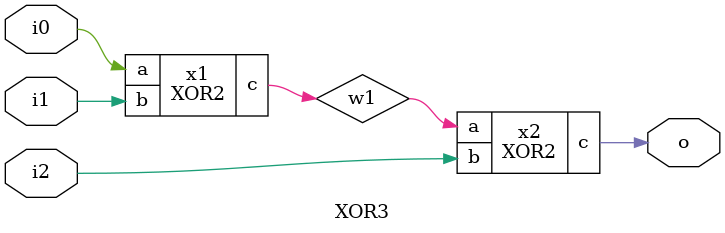
<source format=v>
module XOR2(
    input a,
    input b,
    output c
);

    assign c = a ^ b;

endmodule

module XOR3(
    input i0,
    input i1,
    input i2,
    output o
);

    wire w1, w2;

    XOR2 x1(
        .a(i0),
        .b(i1),
        .c(w1)
    );

    XOR2 x2(
        .a(w1),
        .b(i2),
        .c(o)
    );

endmodule
</source>
